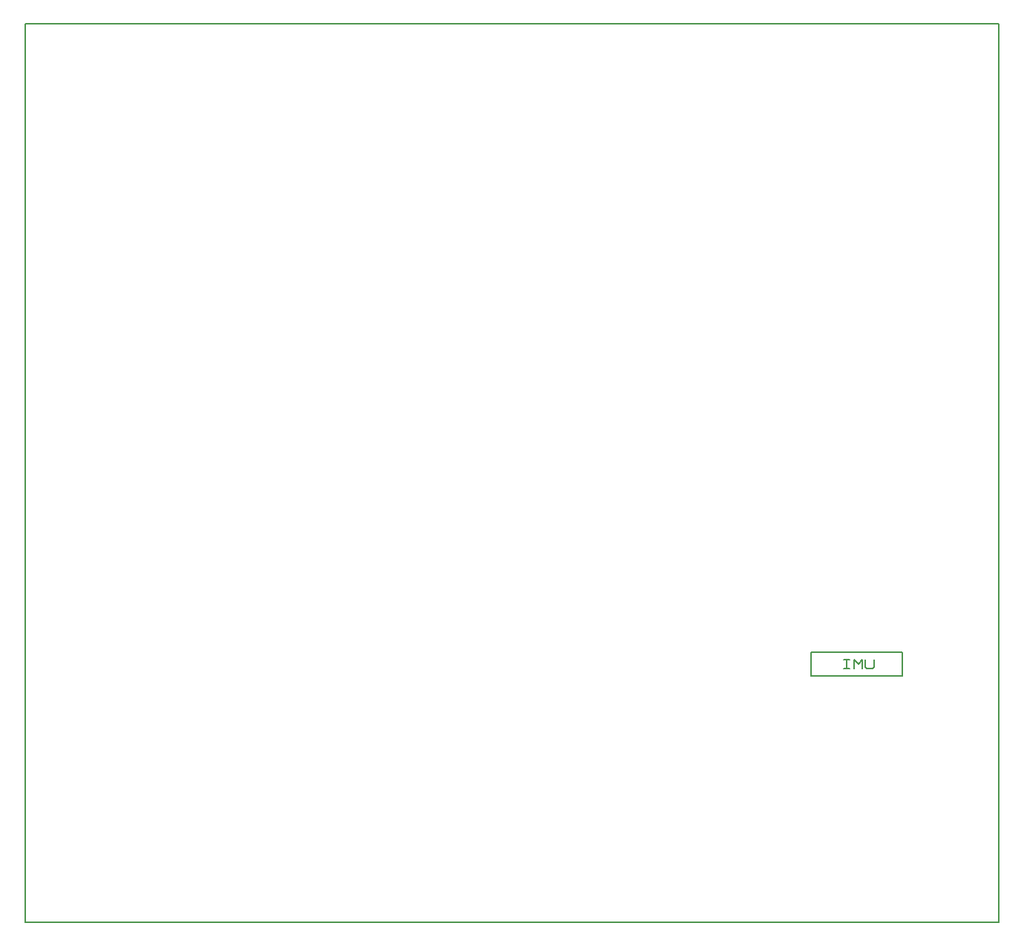
<source format=gbr>
G04 PROTEUS RS274X GERBER FILE*
%FSLAX45Y45*%
%MOMM*%
G01*
%ADD14C,0.203200*%
%ADD27C,0.164590*%
%TD.AperFunction*%
D14*
X-1261160Y+60481D02*
X-224840Y+60481D01*
X-224840Y+334801D01*
X-1261160Y+334801D01*
X-1261160Y+60481D01*
D27*
X-545491Y+247018D02*
X-545491Y+164722D01*
X-561950Y+148263D01*
X-627786Y+148263D01*
X-644245Y+164722D01*
X-644245Y+247018D01*
X-677164Y+148263D02*
X-677164Y+247018D01*
X-726541Y+197641D01*
X-775918Y+247018D01*
X-775918Y+148263D01*
X-825296Y+247018D02*
X-891132Y+247018D01*
X-858214Y+247018D02*
X-858214Y+148263D01*
X-825296Y+148263D02*
X-891132Y+148263D01*
D14*
X-10230000Y-2750000D02*
X+880000Y-2750000D01*
X+880000Y+7510000D01*
X-10230000Y+7510000D01*
X-10230000Y-2750000D01*
M02*

</source>
